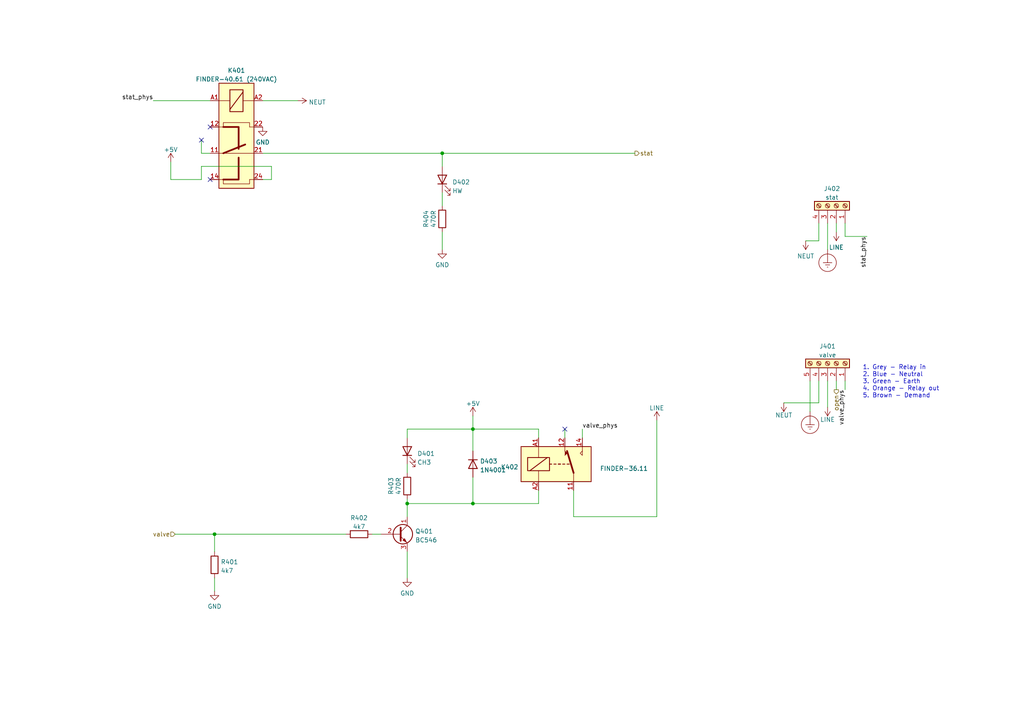
<source format=kicad_sch>
(kicad_sch (version 20211123) (generator eeschema)
  (paper "A4")
  (lib_symbols
    (symbol "Connector:Screw_Terminal_01x04" (pin_names (offset 1.016) hide)
      (property "Reference" "J" (at 0 5.08 0))
      (property "Value" "Screw_Terminal_01x04" (at 0 -7.62 0))
      (symbol "Screw_Terminal_01x04_1_1"
        (rectangle (start -1.27 3.81) (end 1.27 -6.35) (stroke (width 0.254)) (fill (type background)))
        (circle (center 0 -5.08) (radius 0.635) (stroke (width 0.1524)))
        (circle (center 0 -2.54) (radius 0.635) (stroke (width 0.1524)))
        (polyline (pts (xy -0.5334 -4.7498) (xy 0.3302 -5.588)) (stroke (width 0.1524)))
        (polyline (pts (xy -0.5334 -2.2098) (xy 0.3302 -3.048)) (stroke (width 0.1524)))
        (polyline (pts (xy -0.5334 0.3302) (xy 0.3302 -0.508)) (stroke (width 0.1524)))
        (polyline (pts (xy -0.5334 2.8702) (xy 0.3302 2.032)) (stroke (width 0.1524)))
        (polyline (pts (xy -0.3556 -4.572) (xy 0.508 -5.4102)) (stroke (width 0.1524)))
        (polyline (pts (xy -0.3556 -2.032) (xy 0.508 -2.8702)) (stroke (width 0.1524)))
        (polyline (pts (xy -0.3556 0.508) (xy 0.508 -0.3302)) (stroke (width 0.1524)))
        (polyline (pts (xy -0.3556 3.048) (xy 0.508 2.2098)) (stroke (width 0.1524)))
        (circle (center 0 0) (radius 0.635) (stroke (width 0.1524)))
        (circle (center 0 2.54) (radius 0.635) (stroke (width 0.1524)))
        (pin passive line (at -5.08 2.54 0) (length 3.81) (name "Pin_1") (number "1"))
        (pin passive line (at -5.08 0 0) (length 3.81) (name "Pin_2") (number "2"))
        (pin passive line (at -5.08 -2.54 0) (length 3.81) (name "Pin_3") (number "3"))
        (pin passive line (at -5.08 -5.08 0) (length 3.81) (name "Pin_4") (number "4"))
      )
    )
    (symbol "Connector:Screw_Terminal_01x05" (pin_names (offset 1.016) hide)
      (property "Reference" "J" (at 0 7.62 0))
      (property "Value" "Screw_Terminal_01x05" (at 0 -7.62 0))
      (symbol "Screw_Terminal_01x05_1_1"
        (rectangle (start -1.27 6.35) (end 1.27 -6.35) (stroke (width 0.254)) (fill (type background)))
        (circle (center 0 -5.08) (radius 0.635) (stroke (width 0.1524)))
        (circle (center 0 -2.54) (radius 0.635) (stroke (width 0.1524)))
        (polyline (pts (xy -0.5334 -4.7498) (xy 0.3302 -5.588)) (stroke (width 0.1524)))
        (polyline (pts (xy -0.5334 -2.2098) (xy 0.3302 -3.048)) (stroke (width 0.1524)))
        (polyline (pts (xy -0.5334 0.3302) (xy 0.3302 -0.508)) (stroke (width 0.1524)))
        (polyline (pts (xy -0.5334 2.8702) (xy 0.3302 2.032)) (stroke (width 0.1524)))
        (polyline (pts (xy -0.5334 5.4102) (xy 0.3302 4.572)) (stroke (width 0.1524)))
        (polyline (pts (xy -0.3556 -4.572) (xy 0.508 -5.4102)) (stroke (width 0.1524)))
        (polyline (pts (xy -0.3556 -2.032) (xy 0.508 -2.8702)) (stroke (width 0.1524)))
        (polyline (pts (xy -0.3556 0.508) (xy 0.508 -0.3302)) (stroke (width 0.1524)))
        (polyline (pts (xy -0.3556 3.048) (xy 0.508 2.2098)) (stroke (width 0.1524)))
        (polyline (pts (xy -0.3556 5.588) (xy 0.508 4.7498)) (stroke (width 0.1524)))
        (circle (center 0 0) (radius 0.635) (stroke (width 0.1524)))
        (circle (center 0 2.54) (radius 0.635) (stroke (width 0.1524)))
        (circle (center 0 5.08) (radius 0.635) (stroke (width 0.1524)))
        (pin passive line (at -5.08 5.08 0) (length 3.81) (name "Pin_1") (number "1"))
        (pin passive line (at -5.08 2.54 0) (length 3.81) (name "Pin_2") (number "2"))
        (pin passive line (at -5.08 0 0) (length 3.81) (name "Pin_3") (number "3"))
        (pin passive line (at -5.08 -2.54 0) (length 3.81) (name "Pin_4") (number "4"))
        (pin passive line (at -5.08 -5.08 0) (length 3.81) (name "Pin_5") (number "5"))
      )
    )
    (symbol "Device:LED" (pin_numbers hide) (pin_names (offset 1.016) hide)
      (property "Reference" "D" (at 0 2.54 0))
      (property "Value" "LED" (at 0 -2.54 0))
      (symbol "LED_0_1"
        (polyline (pts (xy -1.27 -1.27) (xy -1.27 1.27)) (stroke (width 0.254)))
        (polyline (pts (xy -1.27 0) (xy 1.27 0)))
        (polyline (pts (xy 1.27 -1.27) (xy 1.27 1.27) (xy -1.27 0) (xy 1.27 -1.27)) (stroke (width 0.254)))
        (polyline (pts (xy -3.048 -0.762) (xy -4.572 -2.286) (xy -3.81 -2.286) (xy -4.572 -2.286) (xy -4.572 -1.524)))
        (polyline (pts (xy -1.778 -0.762) (xy -3.302 -2.286) (xy -2.54 -2.286) (xy -3.302 -2.286) (xy -3.302 -1.524)))
      )
      (symbol "LED_1_1"
        (pin passive line (at -3.81 0 0) (length 2.54) (name "K") (number "1"))
        (pin passive line (at 3.81 0 180) (length 2.54) (name "A") (number "2"))
      )
    )
    (symbol "Device:R" (pin_numbers hide) (pin_names (offset 0))
      (property "Reference" "R" (at 2.032 0 90))
      (property "Value" "R" (at 0 0 90))
      (symbol "R_0_1"
        (rectangle (start -1.016 -2.54) (end 1.016 2.54) (stroke (width 0.254)))
      )
      (symbol "R_1_1"
        (pin passive line (at 0 3.81 270) (length 1.27) (name "~") (number "1"))
        (pin passive line (at 0 -3.81 90) (length 1.27) (name "~") (number "2"))
      )
    )
    (symbol "Diode:1N4001" (pin_numbers hide) (pin_names (offset 1.016) hide)
      (property "Reference" "D" (at 0 2.54 0))
      (property "Value" "1N4001" (at 0 -2.54 0))
      (symbol "1N4001_0_1"
        (polyline (pts (xy -1.27 1.27) (xy -1.27 -1.27)) (stroke (width 0.254)))
        (polyline (pts (xy 1.27 0) (xy -1.27 0)))
        (polyline (pts (xy 1.27 1.27) (xy 1.27 -1.27) (xy -1.27 0) (xy 1.27 1.27)) (stroke (width 0.254)))
      )
      (symbol "1N4001_1_1"
        (pin passive line (at -3.81 0 0) (length 2.54) (name "K") (number "1"))
        (pin passive line (at 3.81 0 180) (length 2.54) (name "A") (number "2"))
      )
    )
    (symbol "Transistor_BJT:BC546" (pin_names (offset 0) hide)
      (property "Reference" "Q" (at 5.08 1.905 0))
      (property "Value" "BC546" (at 5.08 0 0))
      (symbol "BC546_0_1"
        (polyline (pts (xy 0 0) (xy 0.635 0)))
        (polyline (pts (xy 0.635 0.635) (xy 2.54 2.54)))
        (polyline (pts (xy 0.635 -0.635) (xy 2.54 -2.54) (xy 2.54 -2.54)))
        (polyline (pts (xy 0.635 1.905) (xy 0.635 -1.905) (xy 0.635 -1.905)) (stroke (width 0.508)))
        (polyline (pts (xy 1.27 -1.778) (xy 1.778 -1.27) (xy 2.286 -2.286) (xy 1.27 -1.778) (xy 1.27 -1.778)) (fill (type outline)))
        (circle (center 1.27 0) (radius 2.8194) (stroke (width 0.254)))
      )
      (symbol "BC546_1_1"
        (pin passive line (at 2.54 5.08 270) (length 2.54) (name "C") (number "1"))
        (pin input line (at -5.08 0 0) (length 5.08) (name "B") (number "2"))
        (pin passive line (at 2.54 -5.08 90) (length 2.54) (name "E") (number "3"))
      )
    )
    (symbol "edd:FINDER-36.11"
      (property "Reference" "K" (at 11.43 3.81 0))
      (property "Value" "FINDER-36.11" (at 11.43 1.27 0))
      (symbol "FINDER-36.11_0_0"
        (polyline (pts (xy 2.54 3.81) (xy 2.54 5.08)))
        (polyline (pts (xy 7.62 3.81) (xy 7.62 5.08)))
        (polyline (pts (xy 7.62 3.81) (xy 7.62 2.54) (xy 6.985 3.175) (xy 7.62 3.81)))
      )
      (symbol "FINDER-36.11_0_1"
        (rectangle (start -10.16 5.08) (end 10.16 -5.08) (stroke (width 0.254)) (fill (type background)))
        (rectangle (start -8.255 1.905) (end -1.905 -1.905) (stroke (width 0.254)))
        (polyline (pts (xy -7.62 -1.905) (xy -2.54 1.905)) (stroke (width 0.254)))
        (polyline (pts (xy -5.08 -5.08) (xy -5.08 -1.905)))
        (polyline (pts (xy -5.08 5.08) (xy -5.08 1.905)))
        (polyline (pts (xy -1.905 0) (xy -1.27 0)) (stroke (width 0.254)))
        (polyline (pts (xy -0.635 0) (xy 0 0)) (stroke (width 0.254)))
        (polyline (pts (xy 0.635 0) (xy 1.27 0)) (stroke (width 0.254)))
        (polyline (pts (xy 0.635 0) (xy 1.27 0)) (stroke (width 0.254)))
        (polyline (pts (xy 1.905 0) (xy 2.54 0)) (stroke (width 0.254)))
        (polyline (pts (xy 3.175 0) (xy 3.81 0)) (stroke (width 0.254)))
        (polyline (pts (xy 5.08 -2.54) (xy 3.175 3.81)) (stroke (width 0.508)))
        (polyline (pts (xy 5.08 -2.54) (xy 5.08 -5.08)))
        (polyline (pts (xy 2.54 2.54) (xy 3.175 3.175) (xy 2.54 3.81)) (fill (type outline)))
      )
      (symbol "FINDER-36.11_1_1"
        (pin passive line (at 5.08 -7.62 90) (length 2.54) (name "~") (number "11"))
        (pin passive line (at 2.54 7.62 270) (length 2.54) (name "~") (number "12"))
        (pin passive line (at 7.62 7.62 270) (length 2.54) (name "~") (number "14"))
        (pin passive line (at -5.08 7.62 270) (length 2.54) (name "~") (number "A1"))
        (pin passive line (at -5.08 -7.62 90) (length 2.54) (name "~") (number "A2"))
      )
    )
    (symbol "edd:FINDER-40.61"
      (property "Reference" "K2" (at 3.175 19.5748 0))
      (property "Value" "FINDER-40.61" (at 3.175 17.0379 0))
      (symbol "FINDER-40.61_0_0"
        (polyline (pts (xy 2.54 -3.81) (xy 2.54 -5.08)))
        (polyline (pts (xy 2.54 3.81) (xy 2.54 5.08)))
        (polyline (pts (xy 17.78 -3.81) (xy 17.78 -5.08)))
        (polyline (pts (xy 17.78 3.81) (xy 17.78 5.08)))
      )
      (symbol "FINDER-40.61_0_1"
        (rectangle (start -10.16 5.08) (end 20.32 -5.08) (stroke (width 0.254)) (fill (type background)))
        (rectangle (start -8.255 1.905) (end -1.905 -1.905) (stroke (width 0.254)))
        (polyline (pts (xy -7.62 -1.905) (xy -2.54 1.905)) (stroke (width 0.254)))
        (polyline (pts (xy -5.08 -5.08) (xy -5.08 -1.905)))
        (polyline (pts (xy -5.08 5.08) (xy -5.08 1.905)))
        (polyline (pts (xy 10.16 -3.81) (xy 10.16 -5.08)))
        (polyline (pts (xy 10.16 3.81) (xy 7.62 -2.54)) (stroke (width 0.5)))
        (polyline (pts (xy 10.16 3.81) (xy 10.16 -3.81)))
        (polyline (pts (xy 10.16 3.81) (xy 10.16 5.08)))
        (polyline (pts (xy 2.54 3.81) (xy 2.54 -0.635) (xy 8.89 -0.635)) (stroke (width 0.5)))
        (polyline (pts (xy 11.43 -0.635) (xy 17.78 -0.635) (xy 17.78 3.81)) (stroke (width 0.5)))
        (polyline (pts (xy 2.54 3.81) (xy 1.27 3.81) (xy 1.27 -3.81) (xy 2.54 -3.81)))
        (polyline (pts (xy 17.78 3.81) (xy 19.05 3.81) (xy 19.05 -3.81) (xy 17.78 -3.81)))
      )
      (symbol "FINDER-40.61_1_1"
        (pin passive line (at 10.16 7.62 270) (length 2.54) (name "") (number "11"))
        (pin passive line (at 2.54 7.62 270) (length 2.54) (name "~") (number "12"))
        (pin passive line (at 17.78 7.62 270) (length 2.54) (name "~") (number "14"))
        (pin passive line (at 10.16 -7.62 90) (length 2.54) (name "~") (number "21"))
        (pin passive line (at 2.54 -7.62 90) (length 2.54) (name "~") (number "22"))
        (pin passive line (at 17.78 -7.62 90) (length 2.54) (name "~") (number "24"))
        (pin passive line (at -5.08 7.62 270) (length 2.54) (name "~") (number "A1"))
        (pin passive line (at -5.08 -7.62 90) (length 2.54) (name "~") (number "A2"))
      )
    )
    (symbol "edd:L" (power) (pin_names (offset 0))
      (property "Value" "L" (at 0 3.81 0))
      (symbol "L_0_1"
        (polyline (pts (xy -0.762 1.27) (xy 0 2.54)))
        (polyline (pts (xy 0 0) (xy 0 2.54)))
        (polyline (pts (xy 0 2.54) (xy 0.762 1.27)))
      )
      (symbol "L_1_1"
        (pin power_in line (at 0 0 90) (length 0) hide (name "LINE") (number "1"))
      )
    )
    (symbol "edd:N" (power) (pin_names (offset 0))
      (property "Value" "N" (at 0 3.5758 0))
      (symbol "N_0_1"
        (polyline (pts (xy -0.762 1.27) (xy 0 2.54)))
        (polyline (pts (xy 0 0) (xy 0 2.54)))
        (polyline (pts (xy 0 2.54) (xy 0.762 1.27)))
      )
      (symbol "N_1_1"
        (pin power_in line (at 0 0 90) (length 0) hide (name "NEUT") (number "1"))
      )
    )
    (symbol "power:+5V" (power) (pin_names (offset 0))
      (property "Value" "+5V" (at 0 3.556 0))
      (symbol "+5V_0_1"
        (polyline (pts (xy -0.762 1.27) (xy 0 2.54)))
        (polyline (pts (xy 0 0) (xy 0 2.54)))
        (polyline (pts (xy 0 2.54) (xy 0.762 1.27)))
      )
      (symbol "+5V_1_1"
        (pin power_in line (at 0 0 90) (length 0) hide (name "+5V") (number "1"))
      )
    )
    (symbol "power:Earth_Protective" (power) (pin_names (offset 0))
      (symbol "Earth_Protective_0_1"
        (circle (center 0 -3.81) (radius 2.54))
        (polyline (pts (xy -0.635 -4.445) (xy 0.635 -4.445)))
        (polyline (pts (xy -0.127 -5.08) (xy 0.127 -5.08)))
        (polyline (pts (xy 0 -3.81) (xy 0 0)))
        (polyline (pts (xy 1.27 -3.81) (xy -1.27 -3.81)))
      )
      (symbol "Earth_Protective_1_1"
        (pin power_in line (at 0 0 270) (length 0) hide (name "Earth_Protective") (number "1"))
      )
    )
    (symbol "power:GND" (power) (pin_names (offset 0))
      (property "Value" "GND" (at 0 -3.81 0))
      (symbol "GND_0_1"
        (polyline (pts (xy 0 0) (xy 0 -1.27) (xy 1.27 -1.27) (xy 0 -2.54) (xy -1.27 -1.27) (xy 0 -1.27)))
      )
      (symbol "GND_1_1"
        (pin power_in line (at 0 0 270) (length 0) hide (name "GND") (number "1"))
      )
    )
  )
  (junction (at 118.11 146.05))
  (junction (at 137.16 146.05))
  (junction (at 62.23 154.94))
  (junction (at 137.16 124.46))
  (junction (at 128.27 44.45))
  (no_connect (at 163.83 124.46))
  (no_connect (at 60.96 52.07))
  (no_connect (at 60.96 36.83))
  (no_connect (at 58.42 40.64))
  (wire (pts (xy 168.91 124.46) (xy 168.91 127)))
  (wire (pts (xy 245.11 64.77) (xy 245.11 68.58)))
  (wire (pts (xy 137.16 138.43) (xy 137.16 146.05)))
  (wire (pts (xy 237.49 64.77) (xy 237.49 69.85)))
  (wire (pts (xy 76.2 44.45) (xy 128.27 44.45)))
  (wire (pts (xy 49.53 52.07) (xy 58.42 52.07)))
  (wire (pts (xy 58.42 44.45) (xy 58.42 40.64)))
  (wire (pts (xy 245.11 110.49) (xy 245.11 113.03)))
  (wire (pts (xy 58.42 48.26) (xy 78.74 48.26)))
  (wire (pts (xy 137.16 146.05) (xy 118.11 146.05)))
  (wire (pts (xy 190.5 121.92) (xy 190.5 149.86)))
  (wire (pts (xy 78.74 52.07) (xy 76.2 52.07)))
  (wire (pts (xy 118.11 146.05) (xy 118.11 149.86)))
  (wire (pts (xy 233.68 69.85) (xy 237.49 69.85)))
  (wire (pts (xy 137.16 124.46) (xy 156.21 124.46)))
  (wire (pts (xy 107.95 154.94) (xy 110.49 154.94)))
  (wire (pts (xy 76.2 29.21) (xy 86.36 29.21)))
  (wire (pts (xy 128.27 48.26) (xy 128.27 44.45)))
  (wire (pts (xy 62.23 154.94) (xy 62.23 160.02)))
  (wire (pts (xy 118.11 160.02) (xy 118.11 167.64)))
  (wire (pts (xy 128.27 44.45) (xy 184.15 44.45)))
  (wire (pts (xy 163.83 124.46) (xy 163.83 127)))
  (wire (pts (xy 128.27 67.31) (xy 128.27 72.39)))
  (wire (pts (xy 60.96 44.45) (xy 58.42 44.45)))
  (wire (pts (xy 137.16 124.46) (xy 137.16 130.81)))
  (wire (pts (xy 242.57 64.77) (xy 242.57 67.31)))
  (wire (pts (xy 118.11 124.46) (xy 118.11 127)))
  (wire (pts (xy 118.11 144.78) (xy 118.11 146.05)))
  (wire (pts (xy 166.37 149.86) (xy 190.5 149.86)))
  (wire (pts (xy 78.74 48.26) (xy 78.74 52.07)))
  (wire (pts (xy 156.21 124.46) (xy 156.21 127)))
  (wire (pts (xy 50.8 154.94) (xy 62.23 154.94)))
  (wire (pts (xy 240.03 64.77) (xy 240.03 72.39)))
  (wire (pts (xy 44.45 29.21) (xy 60.96 29.21)))
  (wire (pts (xy 156.21 142.24) (xy 156.21 146.05)))
  (wire (pts (xy 137.16 120.65) (xy 137.16 124.46)))
  (wire (pts (xy 234.95 110.49) (xy 234.95 119.38)))
  (wire (pts (xy 237.49 116.84) (xy 227.33 116.84)))
  (wire (pts (xy 166.37 142.24) (xy 166.37 149.86)))
  (wire (pts (xy 58.42 52.07) (xy 58.42 48.26)))
  (wire (pts (xy 240.03 110.49) (xy 240.03 118.11)))
  (wire (pts (xy 62.23 154.94) (xy 100.33 154.94)))
  (wire (pts (xy 128.27 55.88) (xy 128.27 59.69)))
  (wire (pts (xy 156.21 146.05) (xy 137.16 146.05)))
  (wire (pts (xy 49.53 46.99) (xy 49.53 52.07)))
  (wire (pts (xy 251.46 68.58) (xy 245.11 68.58)))
  (wire (pts (xy 118.11 124.46) (xy 137.16 124.46)))
  (wire (pts (xy 118.11 137.16) (xy 118.11 134.62)))
  (wire (pts (xy 62.23 167.64) (xy 62.23 171.45)))
  (wire (pts (xy 242.57 110.49) (xy 242.57 113.03)))
  (wire (pts (xy 237.49 110.49) (xy 237.49 116.84)))
  (text "1. Grey - Relay in\n2. Blue - Neutral\n3. Green - Earth\n4. Orange - Relay out\n5. Brown - Demand\n" (at 250.19 115.57 0) (effects (font (size 1.27 1.27)) (justify left bottom)))
  (label "valve_phys" (at 245.11 113.03 270))
  (label "stat_phys" (at 44.45 29.21 180))
  (label "stat_phys" (at 251.46 68.58 270))
  (label "valve_phys" (at 168.91 124.46 0))
  (hierarchical_label "open" (shape output) (at 242.57 113.03 270))
  (hierarchical_label "stat" (shape output) (at 184.15 44.45 0))
  (hierarchical_label "valve" (shape input) (at 50.8 154.94 180))
  (symbol (lib_id "Device:R") (at 118.11 140.97 180) (unit 1)
    (property "Reference" "R403" (at 113.3942 140.97 90))
    (property "Value" "470R" (at 115.57 140.97 90))
    (property "Footprint" "Resistor_SMD:R_0805_2012Metric_Pad1.20x1.40mm_HandSolder" (effects hide))
  )
  (symbol (lib_id "Device:LED") (at 118.11 130.81 90) (unit 1)
    (property "Reference" "D401" (at 121.031 131.5628 90) (effects (justify right)))
    (property "Value" "CH3" (at 121.031 134.0997 90) (effects (justify right)))
    (property "Footprint" "LED_SMD:LED_1206_3216Metric_Pad1.42x1.75mm_HandSolder" (effects hide))
  )
  (symbol (lib_id "edd:L") (at 190.5 121.92 0) (unit 1)
    (property "Reference" "#PWR0407" (effects hide))
    (property "Value" "L" (at 190.5 118.3442 0))
  )
  (symbol (lib_id "edd:N") (at 233.68 69.85 180) (unit 1)
    (property "Reference" "#PWR0409" (effects hide))
    (property "Value" "N" (at 233.68 74.2934 0))
  )
  (symbol (lib_id "power:GND") (at 62.23 171.45 0) (unit 1)
    (property "Reference" "#PWR0402" (effects hide))
    (property "Value" "GND" (at 62.23 175.8934 0))
  )
  (symbol (lib_id "Device:R") (at 62.23 163.83 0) (unit 1)
    (property "Reference" "R401" (at 64.008 162.9953 0) (effects (justify left)))
    (property "Value" "4k7" (at 64.008 165.5322 0) (effects (justify left)))
    (property "Footprint" "Resistor_SMD:R_0805_2012Metric_Pad1.20x1.40mm_HandSolder" (effects hide))
  )
  (symbol (lib_id "Device:R") (at 128.27 63.5 180) (unit 1)
    (property "Reference" "R404" (at 123.5542 63.5 90))
    (property "Value" "470R" (at 125.73 63.5 90))
    (property "Footprint" "Resistor_SMD:R_0805_2012Metric_Pad1.20x1.40mm_HandSolder" (effects hide))
  )
  (symbol (lib_id "power:GND") (at 128.27 72.39 0) (unit 1)
    (property "Reference" "#PWR0405" (effects hide))
    (property "Value" "GND" (at 128.27 76.8334 0))
  )
  (symbol (lib_id "power:GND") (at 118.11 167.64 0) (unit 1)
    (property "Reference" "#PWR0404" (effects hide))
    (property "Value" "GND" (at 118.11 172.0834 0))
  )
  (symbol (lib_id "power:Earth_Protective") (at 240.03 72.39 0) (unit 1)
    (property "Reference" "#PWR0411" (effects hide))
    (property "Value" "Earth_Protective" (effects hide))
  )
  (symbol (lib_id "power:+5V") (at 49.53 46.99 0) (unit 1)
    (property "Reference" "#PWR0401" (effects hide))
    (property "Value" "+5V" (at 49.53 43.4142 0))
  )
  (symbol (lib_id "Device:LED") (at 128.27 52.07 90) (unit 1)
    (property "Reference" "D402" (at 131.191 52.8228 90) (effects (justify right)))
    (property "Value" "HW" (at 131.191 55.3597 90) (effects (justify right)))
    (property "Footprint" "LED_SMD:LED_1206_3216Metric_Pad1.42x1.75mm_HandSolder" (effects hide))
  )
  (symbol (lib_id "edd:FINDER-36.11") (at 161.29 134.62 0) (unit 1)
    (property "Reference" "K402" (at 150.3681 135.4547 0) (effects (justify right)))
    (property "Value" "FINDER-36.11" (at 187.96 135.89 0) (effects (justify right)))
    (property "Footprint" "Relay_THT:Relay_SPDT_Finder_36.11" (effects hide))
  )
  (symbol (lib_id "Connector:Screw_Terminal_01x05") (at 240.03 105.41 270) (mirror x) (unit 1)
    (property "Reference" "J401" (at 240.03 100.4402 90))
    (property "Value" "valve" (at 240.03 102.9771 90))
    (property "Footprint" "edd:CAMDENBOSS CTB0700_5" (effects hide))
  )
  (symbol (lib_id "edd:N") (at 86.36 29.21 270) (unit 1)
    (property "Reference" "#PWR0403" (effects hide))
    (property "Value" "N" (at 89.535 29.6438 90) (effects (justify left)))
  )
  (symbol (lib_id "Connector:Screw_Terminal_01x04") (at 242.57 59.69 270) (mirror x) (unit 1)
    (property "Reference" "J402" (at 241.3 54.7202 90))
    (property "Value" "stat" (at 241.3 57.2571 90))
    (property "Footprint" "edd:CAMDENBOSS CTB0700_4" (effects hide))
  )
  (symbol (lib_id "edd:FINDER-40.61") (at 68.58 34.29 90) (mirror x) (unit 1)
    (property "Reference" "K401" (at 68.58 20.4302 90))
    (property "Value" "FINDER-40.61 (240VAC)" (at 68.58 22.9671 90))
    (property "Footprint" "edd:FINDER 40.61" (effects hide))
  )
  (symbol (lib_id "power:Earth_Protective") (at 234.95 119.38 0) (unit 1)
    (property "Reference" "#PWR0410" (effects hide))
    (property "Value" "Earth_Protective" (effects hide))
  )
  (symbol (lib_id "power:+5V") (at 137.16 120.65 0) (unit 1)
    (property "Reference" "#PWR0406" (effects hide))
    (property "Value" "+5V" (at 137.16 117.0742 0))
  )
  (symbol (lib_id "Device:R") (at 104.14 154.94 90) (unit 1)
    (property "Reference" "R402" (at 104.14 150.2242 90))
    (property "Value" "4k7" (at 104.14 152.7611 90))
    (property "Footprint" "Resistor_SMD:R_0805_2012Metric_Pad1.20x1.40mm_HandSolder" (effects hide))
  )
  (symbol (lib_id "Diode:1N4001") (at 137.16 134.62 270) (unit 1)
    (property "Reference" "D403" (at 139.192 133.7853 90) (effects (justify left)))
    (property "Value" "1N4001" (at 139.192 136.3222 90) (effects (justify left)))
    (property "Footprint" "edd:D_DO-41_SOD81_P12mm_Horizontal" (effects hide))
    (property "Datasheet" "http://www.vishay.com/docs/88503/1n4001.pdf" (effects hide))
  )
  (symbol (lib_id "Transistor_BJT:BC546") (at 115.57 154.94 0) (unit 1)
    (property "Reference" "Q401" (at 120.4214 154.1053 0) (effects (justify left)))
    (property "Value" "BC546" (at 120.4214 156.6422 0) (effects (justify left)))
    (property "Footprint" "edd:TO-92_Inline" (effects hide))
    (property "Datasheet" "https://www.onsemi.com/pub/Collateral/BC550-D.pdf" (effects hide))
  )
  (symbol (lib_id "power:GND") (at 76.2 36.83 0) (unit 1)
    (property "Reference" "#PWR0115" (effects hide))
    (property "Value" "GND" (at 76.2 41.2734 0))
  )
  (symbol (lib_id "edd:L") (at 240.03 118.11 180) (unit 1)
    (property "Reference" "#PWR0412" (effects hide))
    (property "Value" "L" (at 240.03 121.6858 0))
  )
  (symbol (lib_id "edd:N") (at 227.33 116.84 180) (unit 1)
    (property "Reference" "#PWR0408" (effects hide))
    (property "Value" "N" (at 227.33 120.4158 0))
  )
  (symbol (lib_id "edd:L") (at 242.57 67.31 180) (unit 1)
    (property "Reference" "#PWR0413" (effects hide))
    (property "Value" "L" (at 242.57 71.7534 0))
  )
)
</source>
